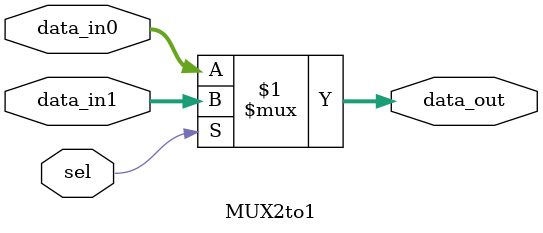
<source format=v>
module MUX2to1 #(
    parameter DATA_LEN = 32
) (
    input   wire [DATA_LEN - 1 : 0]              data_in1, data_in0,
    input   wire                                 sel,
    output  wire [DATA_LEN - 1 : 0]              data_out
);

    assign data_out = (sel) ? data_in1 : data_in0;
    
endmodule
</source>
